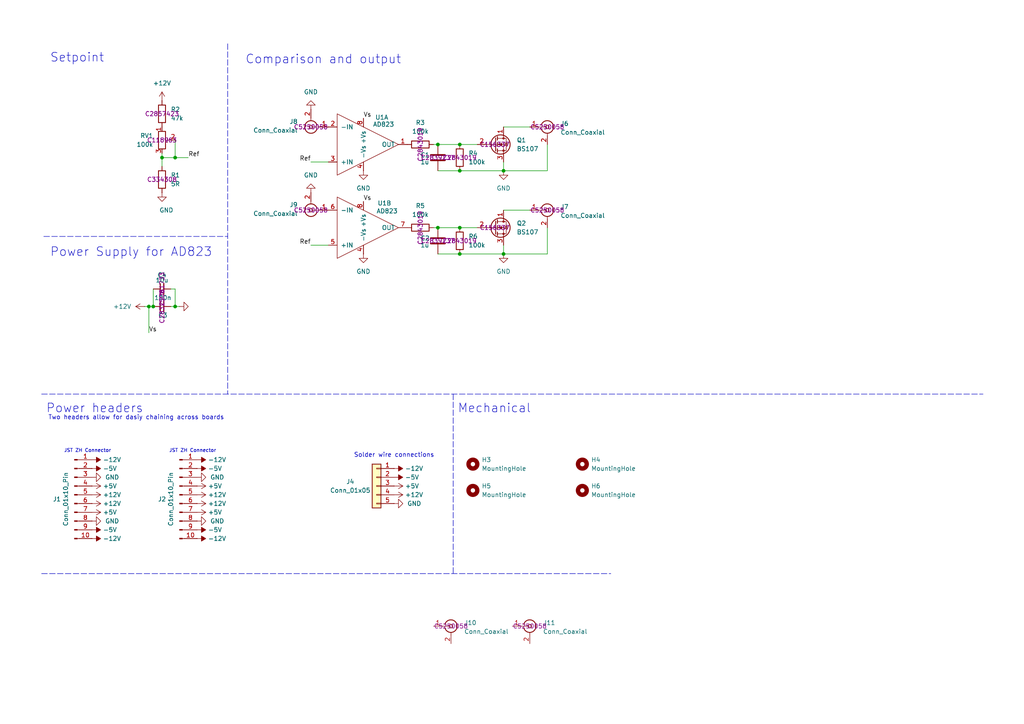
<source format=kicad_sch>
(kicad_sch (version 20250114) (generator "eeschema") (generator_version "9.0")
  (paper "A4")
  (title_block (title "Coil_temperature_interlock_2channel") (comment 1 "Designed by Jack Roth") (comment 2 "Compatible with Hammond Manufacturing series 1457"))
  (lib_symbols
    (symbol "Connector:Conn_01x10_Pin" (pin_names (offset 1.016) (hide yes))
      (property "Reference" "J" (at 0 12.7 0))
      (property "Value" "Conn_01x10_Pin" (at 0 -15.24 0))
      (symbol "Conn_01x10_Pin_1_1"
        (rectangle (start 0.8636 10.287) (end 0 10.033) (stroke (width 0.1524)) (fill (type outline)))
        (rectangle (start 0.8636 7.747) (end 0 7.493) (stroke (width 0.1524)) (fill (type outline)))
        (rectangle (start 0.8636 5.207) (end 0 4.953) (stroke (width 0.1524)) (fill (type outline)))
        (rectangle (start 0.8636 2.667) (end 0 2.413) (stroke (width 0.1524)) (fill (type outline)))
        (rectangle (start 0.8636 0.127) (end 0 -0.127) (stroke (width 0.1524)) (fill (type outline)))
        (rectangle (start 0.8636 -2.413) (end 0 -2.667) (stroke (width 0.1524)) (fill (type outline)))
        (rectangle (start 0.8636 -4.953) (end 0 -5.207) (stroke (width 0.1524)) (fill (type outline)))
        (rectangle (start 0.8636 -7.493) (end 0 -7.747) (stroke (width 0.1524)) (fill (type outline)))
        (rectangle (start 0.8636 -10.033) (end 0 -10.287) (stroke (width 0.1524)) (fill (type outline)))
        (rectangle (start 0.8636 -12.573) (end 0 -12.827) (stroke (width 0.1524)) (fill (type outline)))
        (polyline (pts (xy 1.27 10.16) (xy 0.8636 10.16)) (stroke (width 0.1524)))
        (polyline (pts (xy 1.27 7.62) (xy 0.8636 7.62)) (stroke (width 0.1524)))
        (polyline (pts (xy 1.27 5.08) (xy 0.8636 5.08)) (stroke (width 0.1524)))
        (polyline (pts (xy 1.27 2.54) (xy 0.8636 2.54)) (stroke (width 0.1524)))
        (polyline (pts (xy 1.27 0) (xy 0.8636 0)) (stroke (width 0.1524)))
        (polyline (pts (xy 1.27 -2.54) (xy 0.8636 -2.54)) (stroke (width 0.1524)))
        (polyline (pts (xy 1.27 -5.08) (xy 0.8636 -5.08)) (stroke (width 0.1524)))
        (polyline (pts (xy 1.27 -7.62) (xy 0.8636 -7.62)) (stroke (width 0.1524)))
        (polyline (pts (xy 1.27 -10.16) (xy 0.8636 -10.16)) (stroke (width 0.1524)))
        (polyline (pts (xy 1.27 -12.7) (xy 0.8636 -12.7)) (stroke (width 0.1524)))
        (pin passive line (at 5.08 10.16 180) (length 3.81) (name "Pin_1") (number "1"))
        (pin passive line (at 5.08 7.62 180) (length 3.81) (name "Pin_2") (number "2"))
        (pin passive line (at 5.08 5.08 180) (length 3.81) (name "Pin_3") (number "3"))
        (pin passive line (at 5.08 2.54 180) (length 3.81) (name "Pin_4") (number "4"))
        (pin passive line (at 5.08 0 180) (length 3.81) (name "Pin_5") (number "5"))
        (pin passive line (at 5.08 -2.54 180) (length 3.81) (name "Pin_6") (number "6"))
        (pin passive line (at 5.08 -5.08 180) (length 3.81) (name "Pin_7") (number "7"))
        (pin passive line (at 5.08 -7.62 180) (length 3.81) (name "Pin_8") (number "8"))
        (pin passive line (at 5.08 -10.16 180) (length 3.81) (name "Pin_9") (number "9"))
        (pin passive line (at 5.08 -12.7 180) (length 3.81) (name "Pin_10") (number "10"))
      )
    )
    (symbol "Connector:Conn_Coaxial" (pin_names (offset 1.016) (hide yes))
      (property "Reference" "J" (at 0.254 3.048 0))
      (property "Value" "Conn_Coaxial" (at 2.921 0 90))
      (symbol "Conn_Coaxial_0_1"
        (polyline (pts (xy -2.54 0) (xy -0.508 0)))
        (arc (start 1.778 0) (mid 0.222 -1.8079) (end -1.778 -0.508) (stroke (width 0.254)))
        (arc (start -1.778 0.508) (mid 0.2221 1.8084) (end 1.778 0) (stroke (width 0.254)))
        (circle (center 0 0) (radius 0.508) (stroke (width 0.2032)))
        (polyline (pts (xy 0 -2.54) (xy 0 -1.778)))
      )
      (symbol "Conn_Coaxial_1_1"
        (pin passive line (at -5.08 0 0) (length 2.54) (name "In") (number "1"))
        (pin passive line (at 0 -5.08 90) (length 2.54) (name "Ext") (number "2"))
      )
    )
    (symbol "Connector_Generic:Conn_01x05" (pin_names (offset 1.016) (hide yes))
      (property "Reference" "J" (at 0 7.62 0))
      (property "Value" "Conn_01x05" (at 0 -7.62 0))
      (symbol "Conn_01x05_1_1"
        (rectangle (start -1.27 6.35) (end 1.27 -6.35) (stroke (width 0.254)) (fill (type background)))
        (rectangle (start -1.27 5.207) (end 0 4.953) (stroke (width 0.1524)))
        (rectangle (start -1.27 2.667) (end 0 2.413) (stroke (width 0.1524)))
        (rectangle (start -1.27 0.127) (end 0 -0.127) (stroke (width 0.1524)))
        (rectangle (start -1.27 -2.413) (end 0 -2.667) (stroke (width 0.1524)))
        (rectangle (start -1.27 -4.953) (end 0 -5.207) (stroke (width 0.1524)))
        (pin passive line (at -5.08 5.08 0) (length 3.81) (name "Pin_1") (number "1"))
        (pin passive line (at -5.08 2.54 0) (length 3.81) (name "Pin_2") (number "2"))
        (pin passive line (at -5.08 0 0) (length 3.81) (name "Pin_3") (number "3"))
        (pin passive line (at -5.08 -2.54 0) (length 3.81) (name "Pin_4") (number "4"))
        (pin passive line (at -5.08 -5.08 0) (length 3.81) (name "Pin_5") (number "5"))
      )
    )
    (symbol "Device:C" (pin_numbers (hide yes)) (pin_names (offset 0.254))
      (property "Reference" "C" (at 0.635 2.54 0))
      (property "Value" "C" (at 0.635 -2.54 0))
      (symbol "C_0_1"
        (polyline (pts (xy -2.032 0.762) (xy 2.032 0.762)) (stroke (width 0.508)))
        (polyline (pts (xy -2.032 -0.762) (xy 2.032 -0.762)) (stroke (width 0.508)))
      )
      (symbol "C_1_1"
        (pin passive line (at 0 3.81 270) (length 2.794) (name "~") (number "1"))
        (pin passive line (at 0 -3.81 90) (length 2.794) (name "~") (number "2"))
      )
    )
    (symbol "Device:C_Small" (pin_numbers (hide yes)) (pin_names (offset 0.254) (hide yes))
      (property "Reference" "C" (at 0.254 1.778 0))
      (property "Value" "C_Small" (at 0.254 -2.032 0))
      (symbol "C_Small_0_1"
        (polyline (pts (xy -1.524 0.508) (xy 1.524 0.508)) (stroke (width 0.3048)))
        (polyline (pts (xy -1.524 -0.508) (xy 1.524 -0.508)) (stroke (width 0.3302)))
      )
      (symbol "C_Small_1_1"
        (pin passive line (at 0 2.54 270) (length 2.032) (name "~") (number "1"))
        (pin passive line (at 0 -2.54 90) (length 2.032) (name "~") (number "2"))
      )
    )
    (symbol "Device:R" (pin_numbers (hide yes)) (pin_names (offset 0))
      (property "Reference" "R" (at 2.032 0 90))
      (property "Value" "R" (at 0 0 90))
      (symbol "R_0_1"
        (rectangle (start -1.016 -2.54) (end 1.016 2.54) (stroke (width 0.254)))
      )
      (symbol "R_1_1"
        (pin passive line (at 0 3.81 270) (length 1.27) (name "~") (number "1"))
        (pin passive line (at 0 -3.81 90) (length 1.27) (name "~") (number "2"))
      )
    )
    (symbol "Device:R_Potentiometer_Trim" (pin_names (offset 1.016) (hide yes))
      (property "Reference" "RV" (at -4.445 0 90))
      (property "Value" "R_Potentiometer_Trim" (at -2.54 0 90))
      (symbol "R_Potentiometer_Trim_0_1"
        (rectangle (start 1.016 2.54) (end -1.016 -2.54) (stroke (width 0.254)))
        (polyline (pts (xy 1.524 0.762) (xy 1.524 -0.762)))
        (polyline (pts (xy 2.54 0) (xy 1.524 0)))
      )
      (symbol "R_Potentiometer_Trim_1_1"
        (pin passive line (at 0 3.81 270) (length 1.27) (name "1") (number "1"))
        (pin passive line (at 0 -3.81 90) (length 1.27) (name "3") (number "3"))
        (pin passive line (at 3.81 0 180) (length 1.27) (name "2") (number "2"))
      )
    )
    (symbol "Mechanical:MountingHole" (pin_names (offset 1.016)) (exclude_from_sim yes) (in_bom no)
      (property "Reference" "H" (at 0 5.08 0))
      (property "Value" "MountingHole" (at 0 3.175 0))
      (symbol "MountingHole_0_1"
        (circle (center 0 0) (radius 1.27) (stroke (width 1.27)))
      )
    )
    (symbol "Transistor_FET:BS107" (pin_names (hide yes))
      (property "Reference" "Q" (at 5.08 1.905 0))
      (property "Value" "BS107" (at 5.08 0 0))
      (symbol "BS107_0_1"
        (polyline (pts (xy 0.254 1.905) (xy 0.254 -1.905)) (stroke (width 0.254)))
        (polyline (pts (xy 0.254 0) (xy -2.54 0)))
        (polyline (pts (xy 0.762 2.286) (xy 0.762 1.27)) (stroke (width 0.254)))
        (polyline (pts (xy 0.762 0.508) (xy 0.762 -0.508)) (stroke (width 0.254)))
        (polyline (pts (xy 0.762 -1.27) (xy 0.762 -2.286)) (stroke (width 0.254)))
        (polyline (pts (xy 0.762 -1.778) (xy 3.302 -1.778) (xy 3.302 1.778) (xy 0.762 1.778)))
        (polyline (pts (xy 1.016 0) (xy 2.032 0.381) (xy 2.032 -0.381) (xy 1.016 0)) (fill (type outline)))
        (circle (center 1.651 0) (radius 2.794) (stroke (width 0.254)))
        (polyline (pts (xy 2.54 2.54) (xy 2.54 1.778)))
        (circle (center 2.54 1.778) (radius 0.254) (fill (type outline)))
        (circle (center 2.54 -1.778) (radius 0.254) (fill (type outline)))
        (polyline (pts (xy 2.54 -2.54) (xy 2.54 0) (xy 0.762 0)))
        (polyline (pts (xy 2.794 0.508) (xy 2.921 0.381) (xy 3.683 0.381) (xy 3.81 0.254)))
        (polyline (pts (xy 3.302 0.381) (xy 2.921 -0.254) (xy 3.683 -0.254) (xy 3.302 0.381)))
      )
      (symbol "BS107_1_1"
        (pin input line (at -5.08 0 0) (length 2.54) (name "G") (number "2"))
        (pin passive line (at 2.54 5.08 270) (length 2.54) (name "D") (number "1"))
        (pin passive line (at 2.54 -5.08 90) (length 2.54) (name "S") (number "3"))
      )
    )
    (symbol "matterwaves_symbol:AD823" (pin_names (offset 1.016))
      (property "Reference" "U" (at -11.43 1.27 0))
      (property "Value" "AD823" (at -11.43 -1.27 0))
      (symbol "AD823_0_1"
        (polyline (pts (xy 10.16 0) (xy -7.62 -8.89) (xy -7.62 8.89) (xy 10.16 0)))
        (pin passive line (at 0 7.62 270) (length 2.54) (name "+Vs") (number "8"))
        (pin passive line (at 0 -7.62 90) (length 2.54) (name "-Vs") (number "4"))
      )
      (symbol "AD823_1_1"
        (pin passive line (at -10.16 5.08 0) (length 2.54) (name "-IN") (number "2"))
        (pin passive line (at -10.16 -5.08 0) (length 2.54) (name "+IN") (number "3"))
        (pin passive line (at 12.7 0 180) (length 2.54) (name "OUT") (number "1"))
      )
      (symbol "AD823_2_1"
        (pin passive line (at -10.16 5.08 0) (length 2.54) (name "-IN") (number "6"))
        (pin passive line (at -10.16 -5.08 0) (length 2.54) (name "+IN") (number "5"))
        (pin passive line (at 12.7 0 180) (length 2.54) (name "OUT") (number "7"))
      )
    )
    (symbol "power:+12V" (power) (pin_numbers (hide yes)) (pin_names (offset 0) (hide yes))
      (property "Value" "+12V" (at 0 3.556 0))
      (symbol "+12V_0_1"
        (polyline (pts (xy -0.762 1.27) (xy 0 2.54)))
        (polyline (pts (xy 0 2.54) (xy 0.762 1.27)))
        (polyline (pts (xy 0 0) (xy 0 2.54)))
      )
      (symbol "+12V_1_1"
        (pin power_in line (at 0 0 90) (length 0) (name "~") (number "1"))
      )
    )
    (symbol "power:+5V" (power) (pin_numbers (hide yes)) (pin_names (offset 0) (hide yes))
      (property "Value" "+5V" (at 0 3.556 0))
      (symbol "+5V_0_1"
        (polyline (pts (xy -0.762 1.27) (xy 0 2.54)))
        (polyline (pts (xy 0 2.54) (xy 0.762 1.27)))
        (polyline (pts (xy 0 0) (xy 0 2.54)))
      )
      (symbol "+5V_1_1"
        (pin power_in line (at 0 0 90) (length 0) (name "~") (number "1"))
      )
    )
    (symbol "power:-12V" (power) (pin_numbers (hide yes)) (pin_names (offset 0) (hide yes))
      (property "Value" "-12V" (at 0 3.556 0))
      (symbol "-12V_0_0"
        (pin power_in line (at 0 0 90) (length 0) (name "~") (number "1"))
      )
      (symbol "-12V_0_1"
        (polyline (pts (xy 0 0) (xy 0 1.27) (xy 0.762 1.27) (xy 0 2.54) (xy -0.762 1.27) (xy 0 1.27)) (fill (type outline)))
      )
    )
    (symbol "power:-5V" (power) (pin_numbers (hide yes)) (pin_names (offset 0) (hide yes))
      (property "Value" "-5V" (at 0 3.556 0))
      (symbol "-5V_0_0"
        (pin power_in line (at 0 0 90) (length 0) (name "~") (number "1"))
      )
      (symbol "-5V_0_1"
        (polyline (pts (xy 0 0) (xy 0 1.27) (xy 0.762 1.27) (xy 0 2.54) (xy -0.762 1.27) (xy 0 1.27)) (fill (type outline)))
      )
    )
    (symbol "power:GND" (power) (pin_numbers (hide yes)) (pin_names (offset 0) (hide yes))
      (property "Value" "GND" (at 0 -3.81 0))
      (symbol "GND_0_1"
        (polyline (pts (xy 0 0) (xy 0 -1.27) (xy 1.27 -1.27) (xy 0 -2.54) (xy -1.27 -1.27) (xy 0 -1.27)))
      )
      (symbol "GND_1_1"
        (pin power_in line (at 0 0 270) (length 0) (name "~") (number "1"))
      )
    )
    (symbol "power:VCC" (power) (pin_numbers (hide yes)) (pin_names (offset 0) (hide yes))
      (property "Value" "VCC" (at 0 3.556 0))
      (symbol "VCC_0_1"
        (polyline (pts (xy -0.762 1.27) (xy 0 2.54)))
        (polyline (pts (xy 0 2.54) (xy 0.762 1.27)))
        (polyline (pts (xy 0 0) (xy 0 2.54)))
      )
      (symbol "VCC_1_1"
        (pin power_in line (at 0 0 90) (length 0) (name "~") (number "1"))
      )
    )
  )
  (text "Solder wire connections" (at 114.3 132.08 0) (effects (font (size 1.27 1.27))))
  (text "Setpoint" (at 14.478 18.288 0) (effects (font (size 2.54 2.54)) (justify left bottom)))
  (text "Mechanical" (at 132.715 120.015 0) (effects (font (size 2.54 2.54)) (justify left bottom)))
  (text "JST ZH Connector" (at 55.88 130.81 0) (effects (font (size 1 1))))
  (text "Comparison and output" (at 71.12 18.796 0) (effects (font (size 2.54 2.54)) (justify left bottom)))
  (text "Power headers" (at 13.335 120.015 0) (effects (font (size 2.54 2.54)) (justify left bottom)))
  (text "Two headers allow for dasiy chaining across boards" (at 13.97 121.92 0) (effects (font (size 1.27 1.27)) (justify left bottom)))
  (text "JST ZH Connector" (at 25.4 130.81 0) (effects (font (size 1 1))))
  (text "Power Supply for AD823\n" (at 14.478 74.676 0) (effects (font (size 2.54 2.54)) (justify left bottom)))
  (junction (at 46.99 45.72))
  (junction (at 133.35 49.53))
  (junction (at 50.8 45.72))
  (junction (at 127 66.04))
  (junction (at 50.8 88.9))
  (junction (at 146.05 49.53))
  (junction (at 133.35 41.91))
  (junction (at 43.18 88.9))
  (junction (at 44.45 88.9))
  (junction (at 133.35 73.66))
  (junction (at 127 41.91))
  (junction (at 146.05 73.66))
  (junction (at 133.35 66.04))
  (wire (pts (xy 52.07 88.9) (xy 50.8 88.9)))
  (wire (pts (xy 50.8 40.64) (xy 50.8 45.72)))
  (polyline (pts (xy 12.065 166.37) (xy 177.165 166.37)) (stroke (width 0) (type dash)))
  (wire (pts (xy 46.99 44.45) (xy 46.99 45.72)))
  (wire (pts (xy 41.91 88.9) (xy 43.18 88.9)))
  (wire (pts (xy 50.8 88.9) (xy 49.53 88.9)))
  (wire (pts (xy 127 73.66) (xy 133.35 73.66)))
  (wire (pts (xy 146.05 71.12) (xy 146.05 73.66)))
  (wire (pts (xy 43.18 88.9) (xy 43.18 96.52)))
  (polyline (pts (xy 12.7 68.58) (xy 66.04 68.58)) (stroke (width 0) (type dash)))
  (wire (pts (xy 133.35 73.66) (xy 146.05 73.66)))
  (wire (pts (xy 133.35 41.91) (xy 138.43 41.91)))
  (wire (pts (xy 127 41.91) (xy 133.35 41.91)))
  (wire (pts (xy 133.35 66.04) (xy 138.43 66.04)))
  (wire (pts (xy 90.17 46.99) (xy 95.25 46.99)))
  (polyline (pts (xy 131.445 114.3) (xy 131.445 166.37)) (stroke (width 0) (type dash)))
  (polyline (pts (xy 12.065 114.3) (xy 285.115 114.3)) (stroke (width 0) (type dash)))
  (wire (pts (xy 127 66.04) (xy 133.35 66.04)))
  (wire (pts (xy 146.05 36.83) (xy 153.67 36.83)))
  (wire (pts (xy 125.73 66.04) (xy 127 66.04)))
  (wire (pts (xy 127 49.53) (xy 133.35 49.53)))
  (wire (pts (xy 133.35 49.53) (xy 146.05 49.53)))
  (wire (pts (xy 90.17 71.12) (xy 95.25 71.12)))
  (wire (pts (xy 44.45 83.82) (xy 44.45 88.9)))
  (wire (pts (xy 146.05 60.96) (xy 153.67 60.96)))
  (wire (pts (xy 43.18 88.9) (xy 44.45 88.9)))
  (wire (pts (xy 125.73 41.91) (xy 127 41.91)))
  (wire (pts (xy 50.8 45.72) (xy 54.61 45.72)))
  (wire (pts (xy 158.75 66.04) (xy 158.75 73.66)))
  (wire (pts (xy 46.99 45.72) (xy 46.99 48.26)))
  (polyline (pts (xy 66.04 12.7) (xy 66.04 114.3)) (stroke (width 0) (type dash)))
  (wire (pts (xy 146.05 73.66) (xy 158.75 73.66)))
  (wire (pts (xy 146.05 46.99) (xy 146.05 49.53)))
  (wire (pts (xy 50.8 83.82) (xy 50.8 88.9)))
  (wire (pts (xy 146.05 49.53) (xy 158.75 49.53)))
  (wire (pts (xy 49.53 83.82) (xy 50.8 83.82)))
  (wire (pts (xy 158.75 41.91) (xy 158.75 49.53)))
  (wire (pts (xy 46.99 45.72) (xy 50.8 45.72)))
  (label "Ref" (at 54.61 45.72 0))
  (label "Ref" (at 90.17 46.99 180))
  (label "Vs" (at 105.41 58.42 0))
  (label "Vs" (at 105.41 34.29 0))
  (label "Ref" (at 90.17 71.12 180))
  (label "Vs" (at 43.18 96.52 0))
  (symbol (lib_id "power:-12V") (at 114.3 135.89 270) (unit 1)
    (property "Reference" "#PWR023" (effects (hide yes)))
    (property "Value" "-12V" (at 117.475 135.89 90) (effects (justify left)))
    (property "Description" "Power symbol creates a global label with name \"-12V\"" (effects (hide yes)))
  )
  (symbol (lib_id "Mechanical:MountingHole") (at 137.16 134.62 0) (unit 1) (exclude_from_sim yes) (in_bom no)
    (property "Reference" "H3" (at 139.7 133.3499 0) (effects (justify left)))
    (property "Value" "MountingHole" (at 139.7 135.8899 0) (effects (justify left)))
    (property "Footprint" "MountingHole:MountingHole_3.2mm_M3" (effects (hide yes)))
    (property "Description" "Mounting Hole without connection" (effects (hide yes)))
  )
  (symbol (lib_id "power:-12V") (at 57.15 156.21 270) (unit 1)
    (property "Reference" "#PWR020" (effects (hide yes)))
    (property "Value" "-12V" (at 60.325 156.21 90) (effects (justify left)))
    (property "Description" "Power symbol creates a global label with name \"-12V\"" (effects (hide yes)))
  )
  (symbol (lib_id "power:GND") (at 114.3 146.05 90) (unit 1)
    (property "Reference" "#PWR027" (effects (hide yes)))
    (property "Value" "GND" (at 118.11 146.05 90) (effects (justify right)))
    (property "Description" "Power symbol creates a global label with name \"GND\" , ground" (effects (hide yes)))
  )
  (symbol (lib_id "Device:R") (at 46.99 33.02 0) (unit 1)
    (property "Reference" "R2" (at 49.53 31.7499 0) (effects (justify left)))
    (property "Value" "47k" (at 49.53 34.2899 0) (effects (justify left)))
    (property "Footprint" "Resistor_THT:R_Axial_DIN0207_L6.3mm_D2.5mm_P10.16mm_Horizontal" (effects (hide yes)))
    (property "Description" "Resistor" (effects (hide yes)))
    (property "LCSC" "C2857423" (at 46.99 33.02 0))
  )
  (symbol (lib_id "power:+12V") (at 26.67 146.05 270) (unit 1)
    (property "Reference" "#PWR06" (effects (hide yes)))
    (property "Value" "+12V" (at 29.845 146.05 90) (effects (justify left)))
    (property "Description" "Power symbol creates a global label with name \"+12V\"" (effects (hide yes)))
  )
  (symbol (lib_id "power:GND") (at 57.15 151.13 90) (unit 1)
    (property "Reference" "#PWR018" (effects (hide yes)))
    (property "Value" "GND" (at 60.96 151.13 90) (effects (justify right)))
    (property "Description" "Power symbol creates a global label with name \"GND\" , ground" (effects (hide yes)))
  )
  (symbol (lib_id "power:+5V") (at 26.67 140.97 270) (unit 1)
    (property "Reference" "#PWR04" (effects (hide yes)))
    (property "Value" "+5V" (at 29.845 140.97 90) (effects (justify left)))
    (property "Description" "Power symbol creates a global label with name \"+5V\"" (effects (hide yes)))
  )
  (symbol (lib_id "power:GND") (at 105.41 73.66 0) (unit 1)
    (property "Reference" "#PWR038" (effects (hide yes)))
    (property "Value" "GND" (at 105.41 78.74 0))
    (property "Description" "Power symbol creates a global label with name \"GND\" , ground" (effects (hide yes)))
  )
  (symbol (lib_id "power:VCC") (at 46.99 29.21 0) (unit 1)
    (property "Reference" "#PWR033" (effects (hide yes)))
    (property "Value" "+12V" (at 46.99 24.13 0))
    (property "Description" "Power symbol creates a global label with name \"VCC\"" (effects (hide yes)))
  )
  (symbol (lib_id "Device:R_Potentiometer_Trim") (at 46.99 40.64 0) (unit 1)
    (property "Reference" "RV1" (at 44.45 39.3699 0) (effects (justify right)))
    (property "Value" "100k" (at 44.45 41.9099 0) (effects (justify right)))
    (property "Footprint" "Potentiometer_THT:Potentiometer_Bourns_3296W_Vertical" (effects (hide yes)))
    (property "Description" "Trim-potentiometer" (effects (hide yes)))
    (property "LCSC" "C118963" (at 46.99 40.64 0))
  )
  (symbol (lib_id "Device:C_Small") (at 46.99 88.9 90) (unit 1)
    (property "Reference" "C3" (at 47.244 91.44 90))
    (property "Value" "100n" (at 47.244 86.36 90))
    (property "Footprint" "Capacitor_THT:C_Disc_D4.3mm_W1.9mm_P5.00mm" (effects (hide yes)))
    (property "Description" "Unpolarized capacitor, small symbol" (effects (hide yes)))
    (property "LCSC" "C2832508" (at 46.99 88.9 0))
  )
  (symbol (lib_id "power:+12V") (at 57.15 143.51 270) (unit 1)
    (property "Reference" "#PWR015" (effects (hide yes)))
    (property "Value" "+12V" (at 60.325 143.51 90) (effects (justify left)))
    (property "Description" "Power symbol creates a global label with name \"+12V\"" (effects (hide yes)))
  )
  (symbol (lib_id "Device:C_Small") (at 46.99 83.82 90) (unit 1)
    (property "Reference" "C4" (at 46.99 79.756 90))
    (property "Value" "10u" (at 46.99 81.28 90))
    (property "Footprint" "Capacitor_THT:C_Disc_D4.3mm_W1.9mm_P5.00mm" (effects (hide yes)))
    (property "Description" "Unpolarized capacitor, small symbol" (effects (hide yes)))
    (property "LCSC" "C2761733" (at 46.99 83.82 0))
  )
  (symbol (lib_id "Connector:Conn_Coaxial") (at 130.81 181.61 0) (unit 1)
    (property "Reference" "J10" (at 134.62 180.6331 0) (effects (justify left)))
    (property "Value" "Conn_Coaxial" (at 134.62 183.1731 0) (effects (justify left)))
    (property "Footprint" "Connector_Coaxial:SMA_Molex_73251-1153_EdgeMount_Horizontal" (effects (hide yes)))
    (property "Description" "coaxial connector (BNC, SMA, SMB, SMC, Cinch/RCA, LEMO, ...)" (effects (hide yes)))
    (property "Digikey PN" "900-0732511153-ND" (effects (hide yes)))
    (property "LCSC" "C5250058" (at 130.81 181.61 0))
  )
  (symbol (lib_id "Connector:Conn_Coaxial") (at 158.75 60.96 0) (unit 1)
    (property "Reference" "J7" (at 162.56 59.9831 0) (effects (justify left)))
    (property "Value" "Conn_Coaxial" (at 162.56 62.5231 0) (effects (justify left)))
    (property "Footprint" "Connector_Coaxial:SMA_Molex_73251-1153_EdgeMount_Horizontal" (effects (hide yes)))
    (property "Description" "coaxial connector (BNC, SMA, SMB, SMC, Cinch/RCA, LEMO, ...)" (effects (hide yes)))
    (property "Digikey PN" "900-0732511153-ND" (effects (hide yes)))
    (property "LCSC" "C5250058" (at 158.75 60.96 0))
  )
  (symbol (lib_id "power:GND") (at 26.67 138.43 90) (unit 1)
    (property "Reference" "#PWR03" (effects (hide yes)))
    (property "Value" "GND" (at 30.48 138.43 90) (effects (justify right)))
    (property "Description" "Power symbol creates a global label with name \"GND\" , ground" (effects (hide yes)))
  )
  (symbol (lib_id "Connector:Conn_01x10_Pin") (at 21.59 143.51 0) (unit 1)
    (property "Reference" "J1" (at 16.51 144.78 0))
    (property "Value" "Conn_01x10_Pin" (at 19.05 144.78 90))
    (property "Footprint" "Connector_JST:JST_ZH_B10B-ZR_1x10_P1.50mm_Vertical" (effects (hide yes)))
    (property "Description" "Generic connector, single row, 01x10, script generated" (effects (hide yes)))
    (property "Digikey PN" "455-S10B-ZR-ND" (effects (hide yes)))
  )
  (symbol (lib_id "Connector_Generic:Conn_01x05") (at 109.22 140.97 0) (mirror y) (unit 1)
    (property "Reference" "J4" (at 101.6 139.7 0))
    (property "Value" "Conn_01x05" (at 101.6 142.24 0))
    (property "Footprint" "Connector_Wire:SolderWire-0.75sqmm_1x05_P4.8mm_D1.25mm_OD2.3mm" (effects (hide yes)))
    (property "Description" "Generic connector, single row, 01x05, script generated (kicad-library-utils/schlib/autogen/connector/)" (effects (hide yes)))
  )
  (symbol (lib_id "power:GND") (at 52.07 88.9 90) (unit 1)
    (property "Reference" "#PWR030" (effects (hide yes)))
    (property "Value" "GND" (effects (hide yes)))
    (property "Description" "Power symbol creates a global label with name \"GND\" , ground" (effects (hide yes)))
  )
  (symbol (lib_id "power:+5V") (at 57.15 140.97 270) (unit 1)
    (property "Reference" "#PWR014" (effects (hide yes)))
    (property "Value" "+5V" (at 60.325 140.97 90) (effects (justify left)))
    (property "Description" "Power symbol creates a global label with name \"+5V\"" (effects (hide yes)))
  )
  (symbol (lib_id "Device:R") (at 46.99 52.07 180) (unit 1)
    (property "Reference" "R1" (at 49.53 50.7999 0) (effects (justify right)))
    (property "Value" "5R" (at 49.53 53.3399 0) (effects (justify right)))
    (property "Footprint" "Resistor_THT:R_Axial_DIN0207_L6.3mm_D2.5mm_P10.16mm_Horizontal" (effects (hide yes)))
    (property "Description" "Resistor" (effects (hide yes)))
    (property "LCSC" "C334308" (at 46.99 52.07 0))
  )
  (symbol (lib_id "power:+5V") (at 26.67 148.59 270) (unit 1)
    (property "Reference" "#PWR07" (effects (hide yes)))
    (property "Value" "+5V" (at 29.845 148.59 90) (effects (justify left)))
    (property "Description" "Power symbol creates a global label with name \"+5V\"" (effects (hide yes)))
  )
  (symbol (lib_id "power:-5V") (at 26.67 153.67 270) (unit 1)
    (property "Reference" "#PWR09" (effects (hide yes)))
    (property "Value" "-5V" (at 29.845 153.67 90) (effects (justify left)))
    (property "Description" "Power symbol creates a global label with name \"-5V\"" (effects (hide yes)))
  )
  (symbol (lib_id "power:GND") (at 57.15 138.43 90) (unit 1)
    (property "Reference" "#PWR013" (effects (hide yes)))
    (property "Value" "GND" (at 60.96 138.43 90) (effects (justify right)))
    (property "Description" "Power symbol creates a global label with name \"GND\" , ground" (effects (hide yes)))
  )
  (symbol (lib_id "power:GND") (at 26.67 151.13 90) (unit 1)
    (property "Reference" "#PWR08" (effects (hide yes)))
    (property "Value" "GND" (at 30.48 151.13 90) (effects (justify right)))
    (property "Description" "Power symbol creates a global label with name \"GND\" , ground" (effects (hide yes)))
  )
  (symbol (lib_id "Device:R") (at 133.35 45.72 0) (unit 1)
    (property "Reference" "R4" (at 135.89 44.4499 0) (effects (justify left)))
    (property "Value" "100k" (at 135.89 46.9899 0) (effects (justify left)))
    (property "Footprint" "Resistor_THT:R_Axial_DIN0207_L6.3mm_D2.5mm_P10.16mm_Horizontal" (effects (hide yes)))
    (property "Description" "Resistor" (effects (hide yes)))
    (property "LCSC" "C2843019" (at 133.35 45.72 0))
  )
  (symbol (lib_id "power:+12V") (at 57.15 146.05 270) (unit 1)
    (property "Reference" "#PWR016" (effects (hide yes)))
    (property "Value" "+12V" (at 60.325 146.05 90) (effects (justify left)))
    (property "Description" "Power symbol creates a global label with name \"+12V\"" (effects (hide yes)))
  )
  (symbol (lib_id "power:-5V") (at 57.15 153.67 270) (unit 1)
    (property "Reference" "#PWR019" (effects (hide yes)))
    (property "Value" "-5V" (at 60.325 153.67 90) (effects (justify left)))
    (property "Description" "Power symbol creates a global label with name \"-5V\"" (effects (hide yes)))
  )
  (symbol (lib_id "Device:R") (at 133.35 69.85 0) (unit 1)
    (property "Reference" "R6" (at 135.89 68.5799 0) (effects (justify left)))
    (property "Value" "100k" (at 135.89 71.1199 0) (effects (justify left)))
    (property "Footprint" "Resistor_THT:R_Axial_DIN0207_L6.3mm_D2.5mm_P10.16mm_Horizontal" (effects (hide yes)))
    (property "Description" "Resistor" (effects (hide yes)))
    (property "LCSC" "C2843019" (at 133.35 69.85 0))
  )
  (symbol (lib_id "power:GND") (at 90.17 55.88 180) (unit 1)
    (property "Reference" "#PWR039" (effects (hide yes)))
    (property "Value" "GND" (at 90.17 50.8 0))
    (property "Description" "Power symbol creates a global label with name \"GND\" , ground" (effects (hide yes)))
  )
  (symbol (lib_id "power:GND") (at 146.05 49.53 0) (unit 1)
    (property "Reference" "#PWR035" (effects (hide yes)))
    (property "Value" "GND" (at 146.05 54.61 0))
    (property "Description" "Power symbol creates a global label with name \"GND\" , ground" (effects (hide yes)))
  )
  (symbol (lib_id "Connector:Conn_Coaxial") (at 153.67 181.61 0) (unit 1)
    (property "Reference" "J11" (at 157.48 180.6331 0) (effects (justify left)))
    (property "Value" "Conn_Coaxial" (at 157.48 183.1731 0) (effects (justify left)))
    (property "Footprint" "Connector_Coaxial:SMA_Molex_73251-1153_EdgeMount_Horizontal" (effects (hide yes)))
    (property "Description" "coaxial connector (BNC, SMA, SMB, SMC, Cinch/RCA, LEMO, ...)" (effects (hide yes)))
    (property "Digikey PN" "900-0732511153-ND" (effects (hide yes)))
    (property "LCSC" "C5250058" (at 153.67 181.61 0))
  )
  (symbol (lib_id "matterwaves_symbol:AD823") (at 105.41 66.04 0) (unit 2)
    (property "Reference" "U1" (at 111.506 58.928 0))
    (property "Value" "AD823" (at 112.268 61.214 0))
    (property "Footprint" "Package_DIP:DIP-8_W7.62mm_Socket_LongPads" (effects (hide yes)))
  )
  (symbol (lib_id "Mechanical:MountingHole") (at 137.16 142.24 0) (unit 1) (exclude_from_sim yes) (in_bom no)
    (property "Reference" "H5" (at 139.7 140.9699 0) (effects (justify left)))
    (property "Value" "MountingHole" (at 139.7 143.5099 0) (effects (justify left)))
    (property "Footprint" "MountingHole:MountingHole_3.2mm_M3" (effects (hide yes)))
    (property "Description" "Mounting Hole without connection" (effects (hide yes)))
  )
  (symbol (lib_id "Transistor_FET:BS107") (at 143.51 41.91 0) (unit 1)
    (property "Reference" "Q1" (at 149.86 40.6399 0) (effects (justify left)))
    (property "Value" "BS107" (at 149.86 43.1799 0) (effects (justify left)))
    (property "Footprint" "Package_TO_SOT_THT:TO-92_Inline" (effects (hide yes)))
    (property "Datasheet" "http://www.onsemi.com/pub_link/Collateral/BS107-D.PDF" (effects (hide yes)))
    (property "Description" "0.25A Id, 200V Vds, N-Channel MOSFET, TO-92" (effects (hide yes)))
    (property "LCSC" "C156337" (at 143.51 41.91 0))
  )
  (symbol (lib_id "Mechanical:MountingHole") (at 168.91 142.24 0) (unit 1) (exclude_from_sim yes) (in_bom no)
    (property "Reference" "H6" (at 171.45 140.9699 0) (effects (justify left)))
    (property "Value" "MountingHole" (at 171.45 143.5099 0) (effects (justify left)))
    (property "Footprint" "MountingHole:MountingHole_3.2mm_M3" (effects (hide yes)))
    (property "Description" "Mounting Hole without connection" (effects (hide yes)))
  )
  (symbol (lib_id "power:GND") (at 90.17 31.75 180) (unit 1)
    (property "Reference" "#PWR040" (effects (hide yes)))
    (property "Value" "GND" (at 90.17 26.67 0))
    (property "Description" "Power symbol creates a global label with name \"GND\" , ground" (effects (hide yes)))
  )
  (symbol (lib_id "power:GND") (at 146.05 73.66 0) (unit 1)
    (property "Reference" "#PWR036" (effects (hide yes)))
    (property "Value" "GND" (at 146.05 78.74 0))
    (property "Description" "Power symbol creates a global label with name \"GND\" , ground" (effects (hide yes)))
  )
  (symbol (lib_id "power:-12V") (at 57.15 133.35 270) (unit 1)
    (property "Reference" "#PWR011" (effects (hide yes)))
    (property "Value" "-12V" (at 60.325 133.35 90) (effects (justify left)))
    (property "Description" "Power symbol creates a global label with name \"-12V\"" (effects (hide yes)))
  )
  (symbol (lib_id "Connector:Conn_Coaxial") (at 90.17 36.83 180) (unit 1)
    (property "Reference" "J8" (at 86.36 35.2667 0) (effects (justify left)))
    (property "Value" "Conn_Coaxial" (at 86.36 37.8067 0) (effects (justify left)))
    (property "Footprint" "Connector_Coaxial:SMA_Molex_73251-1153_EdgeMount_Horizontal" (effects (hide yes)))
    (property "Description" "coaxial connector (BNC, SMA, SMB, SMC, Cinch/RCA, LEMO, ...)" (effects (hide yes)))
    (property "Digikey PN" "900-0732511153-ND" (effects (hide yes)))
    (property "LCSC" "C5250058" (at 90.17 36.83 0))
  )
  (symbol (lib_id "power:+12V") (at 26.67 143.51 270) (unit 1)
    (property "Reference" "#PWR05" (effects (hide yes)))
    (property "Value" "+12V" (at 29.845 143.51 90) (effects (justify left)))
    (property "Description" "Power symbol creates a global label with name \"+12V\"" (effects (hide yes)))
  )
  (symbol (lib_id "power:-12V") (at 26.67 156.21 270) (unit 1)
    (property "Reference" "#PWR010" (effects (hide yes)))
    (property "Value" "-12V" (at 29.845 156.21 90) (effects (justify left)))
    (property "Description" "Power symbol creates a global label with name \"-12V\"" (effects (hide yes)))
  )
  (symbol (lib_id "power:-5V") (at 26.67 135.89 270) (unit 1)
    (property "Reference" "#PWR02" (effects (hide yes)))
    (property "Value" "-5V" (at 29.845 135.89 90) (effects (justify left)))
    (property "Description" "Power symbol creates a global label with name \"-5V\"" (effects (hide yes)))
  )
  (symbol (lib_id "matterwaves_symbol:AD823") (at 105.41 41.91 0) (unit 1)
    (property "Reference" "U1" (at 110.744 34.036 0))
    (property "Value" "AD823" (at 111.252 36.068 0))
    (property "Footprint" "Package_DIP:DIP-8_W7.62mm_Socket_LongPads" (effects (hide yes)))
  )
  (symbol (lib_id "power:GND") (at 105.41 49.53 0) (unit 1)
    (property "Reference" "#PWR037" (effects (hide yes)))
    (property "Value" "GND" (at 105.41 54.61 0))
    (property "Description" "Power symbol creates a global label with name \"GND\" , ground" (effects (hide yes)))
  )
  (symbol (lib_id "Mechanical:MountingHole") (at 168.91 134.62 0) (unit 1) (exclude_from_sim yes) (in_bom no)
    (property "Reference" "H4" (at 171.45 133.3499 0) (effects (justify left)))
    (property "Value" "MountingHole" (at 171.45 135.8899 0) (effects (justify left)))
    (property "Footprint" "MountingHole:MountingHole_3.2mm_M3" (effects (hide yes)))
    (property "Description" "Mounting Hole without connection" (effects (hide yes)))
  )
  (symbol (lib_id "power:+12V") (at 114.3 143.51 270) (unit 1)
    (property "Reference" "#PWR026" (effects (hide yes)))
    (property "Value" "+12V" (at 117.475 143.51 90) (effects (justify left)))
    (property "Description" "Power symbol creates a global label with name \"+12V\"" (effects (hide yes)))
  )
  (symbol (lib_id "Device:C") (at 127 69.85 0) (unit 1)
    (property "Reference" "C2" (at 121.92 69.088 0) (effects (justify left)))
    (property "Value" "1u" (at 121.92 71.12 0) (effects (justify left)))
    (property "Footprint" "Capacitor_THT:C_Disc_D4.3mm_W1.9mm_P5.00mm" (effects (hide yes)))
    (property "Description" "Unpolarized capacitor" (effects (hide yes)))
    (property "LCSC" "C2839237" (at 127 69.85 0))
  )
  (symbol (lib_id "Connector:Conn_Coaxial") (at 90.17 60.96 180) (unit 1)
    (property "Reference" "J9" (at 86.36 59.3967 0) (effects (justify left)))
    (property "Value" "Conn_Coaxial" (at 86.36 61.9367 0) (effects (justify left)))
    (property "Footprint" "Connector_Coaxial:SMA_Molex_73251-1153_EdgeMount_Horizontal" (effects (hide yes)))
    (property "Description" "coaxial connector (BNC, SMA, SMB, SMC, Cinch/RCA, LEMO, ...)" (effects (hide yes)))
    (property "Digikey PN" "900-0732511153-ND" (effects (hide yes)))
    (property "LCSC" "C5250058" (at 90.17 60.96 0))
  )
  (symbol (lib_id "Transistor_FET:BS107") (at 143.51 66.04 0) (unit 1)
    (property "Reference" "Q2" (at 149.86 64.7699 0) (effects (justify left)))
    (property "Value" "BS107" (at 149.86 67.3099 0) (effects (justify left)))
    (property "Footprint" "Package_TO_SOT_THT:TO-92_Inline" (effects (hide yes)))
    (property "Datasheet" "http://www.onsemi.com/pub_link/Collateral/BS107-D.PDF" (effects (hide yes)))
    (property "Description" "0.25A Id, 200V Vds, N-Channel MOSFET, TO-92" (effects (hide yes)))
    (property "LCSC" "C156337" (at 143.51 66.04 0))
  )
  (symbol (lib_id "power:+12V") (at 41.91 88.9 90) (unit 1)
    (property "Reference" "#PWR029" (effects (hide yes)))
    (property "Value" "+12V" (at 38.1 88.8999 90) (effects (justify left)))
    (property "Description" "Power symbol creates a global label with name \"+12V\"" (effects (hide yes)))
  )
  (symbol (lib_id "power:-12V") (at 26.67 133.35 270) (unit 1)
    (property "Reference" "#PWR01" (effects (hide yes)))
    (property "Value" "-12V" (at 29.845 133.35 90) (effects (justify left)))
    (property "Description" "Power symbol creates a global label with name \"-12V\"" (effects (hide yes)))
  )
  (symbol (lib_id "power:GND") (at 46.99 55.88 0) (unit 1)
    (property "Reference" "#PWR034" (effects (hide yes)))
    (property "Value" "GND" (at 48.26 60.96 0))
    (property "Description" "Power symbol creates a global label with name \"GND\" , ground" (effects (hide yes)))
  )
  (symbol (lib_id "power:-5V") (at 114.3 138.43 270) (unit 1)
    (property "Reference" "#PWR024" (effects (hide yes)))
    (property "Value" "-5V" (at 117.475 138.43 90) (effects (justify left)))
    (property "Description" "Power symbol creates a global label with name \"-5V\"" (effects (hide yes)))
  )
  (symbol (lib_id "Device:C") (at 127 45.72 0) (unit 1)
    (property "Reference" "C1" (at 121.92 44.958 0) (effects (justify left)))
    (property "Value" "1u" (at 121.92 46.99 0) (effects (justify left)))
    (property "Footprint" "Capacitor_THT:C_Disc_D4.3mm_W1.9mm_P5.00mm" (effects (hide yes)))
    (property "Description" "Unpolarized capacitor" (effects (hide yes)))
    (property "LCSC" "C2839237" (at 127 45.72 0))
  )
  (symbol (lib_id "power:+5V") (at 114.3 140.97 270) (unit 1)
    (property "Reference" "#PWR025" (effects (hide yes)))
    (property "Value" "+5V" (at 117.475 140.97 90) (effects (justify left)))
    (property "Description" "Power symbol creates a global label with name \"+5V\"" (effects (hide yes)))
  )
  (symbol (lib_id "power:+5V") (at 57.15 148.59 270) (unit 1)
    (property "Reference" "#PWR017" (effects (hide yes)))
    (property "Value" "+5V" (at 60.325 148.59 90) (effects (justify left)))
    (property "Description" "Power symbol creates a global label with name \"+5V\"" (effects (hide yes)))
  )
  (symbol (lib_id "Connector:Conn_Coaxial") (at 158.75 36.83 0) (unit 1)
    (property "Reference" "J6" (at 162.56 35.8531 0) (effects (justify left)))
    (property "Value" "Conn_Coaxial" (at 162.56 38.3931 0) (effects (justify left)))
    (property "Footprint" "Connector_Coaxial:SMA_Molex_73251-1153_EdgeMount_Horizontal" (effects (hide yes)))
    (property "Description" "coaxial connector (BNC, SMA, SMB, SMC, Cinch/RCA, LEMO, ...)" (effects (hide yes)))
    (property "Digikey PN" "900-0732511153-ND" (effects (hide yes)))
    (property "LCSC" "C5250058" (at 158.75 36.83 0))
  )
  (symbol (lib_id "Device:R") (at 121.92 41.91 90) (unit 1)
    (property "Reference" "R3" (at 121.92 35.56 90))
    (property "Value" "100k" (at 121.92 38.1 90))
    (property "Footprint" "Resistor_THT:R_Axial_DIN0207_L6.3mm_D2.5mm_P10.16mm_Horizontal" (effects (hide yes)))
    (property "Description" "Resistor" (effects (hide yes)))
    (property "LCSC" "C2843019" (at 121.92 41.91 0))
  )
  (symbol (lib_id "Connector:Conn_01x10_Pin") (at 52.07 143.51 0) (unit 1)
    (property "Reference" "J2" (at 46.99 144.78 0))
    (property "Value" "Conn_01x10_Pin" (at 49.53 144.78 90))
    (property "Footprint" "Connector_JST:JST_ZH_B10B-ZR_1x10_P1.50mm_Vertical" (effects (hide yes)))
    (property "Description" "Generic connector, single row, 01x10, script generated" (effects (hide yes)))
    (property "Digikey PN" "455-S10B-ZR-ND" (effects (hide yes)))
  )
  (symbol (lib_id "Device:R") (at 121.92 66.04 90) (unit 1)
    (property "Reference" "R5" (at 121.92 59.69 90))
    (property "Value" "100k" (at 121.92 62.23 90))
    (property "Footprint" "Resistor_THT:R_Axial_DIN0207_L6.3mm_D2.5mm_P10.16mm_Horizontal" (effects (hide yes)))
    (property "Description" "Resistor" (effects (hide yes)))
    (property "LCSC" "C2843019" (at 121.92 66.04 0))
  )
  (symbol (lib_id "power:-5V") (at 57.15 135.89 270) (unit 1)
    (property "Reference" "#PWR012" (effects (hide yes)))
    (property "Value" "-5V" (at 60.325 135.89 90) (effects (justify left)))
    (property "Description" "Power symbol creates a global label with name \"-5V\"" (effects (hide yes)))
  )
)
</source>
